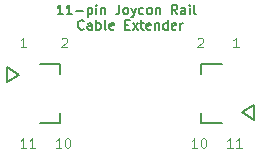
<source format=gbr>
G04 #@! TF.GenerationSoftware,KiCad,Pcbnew,9.0.3*
G04 #@! TF.CreationDate,2025-08-01T10:30:01-07:00*
G04 #@! TF.ProjectId,Joycon Cable Extender,4a6f7963-6f6e-4204-9361-626c65204578,rev?*
G04 #@! TF.SameCoordinates,Original*
G04 #@! TF.FileFunction,Legend,Top*
G04 #@! TF.FilePolarity,Positive*
%FSLAX46Y46*%
G04 Gerber Fmt 4.6, Leading zero omitted, Abs format (unit mm)*
G04 Created by KiCad (PCBNEW 9.0.3) date 2025-08-01 10:30:01*
%MOMM*%
%LPD*%
G01*
G04 APERTURE LIST*
%ADD10C,0.125000*%
%ADD11C,0.160000*%
%ADD12C,0.152400*%
%ADD13R,0.720000X0.250000*%
%ADD14R,0.520000X0.250000*%
%ADD15R,0.850000X0.300000*%
G04 APERTURE END LIST*
D10*
X173691759Y-113395595D02*
X173234616Y-113395595D01*
X173463188Y-113395595D02*
X173463188Y-112595595D01*
X173463188Y-112595595D02*
X173386997Y-112709880D01*
X173386997Y-112709880D02*
X173310807Y-112786071D01*
X173310807Y-112786071D02*
X173234616Y-112824166D01*
X174186998Y-112595595D02*
X174263188Y-112595595D01*
X174263188Y-112595595D02*
X174339379Y-112633690D01*
X174339379Y-112633690D02*
X174377474Y-112671785D01*
X174377474Y-112671785D02*
X174415569Y-112747976D01*
X174415569Y-112747976D02*
X174453664Y-112900357D01*
X174453664Y-112900357D02*
X174453664Y-113090833D01*
X174453664Y-113090833D02*
X174415569Y-113243214D01*
X174415569Y-113243214D02*
X174377474Y-113319404D01*
X174377474Y-113319404D02*
X174339379Y-113357500D01*
X174339379Y-113357500D02*
X174263188Y-113395595D01*
X174263188Y-113395595D02*
X174186998Y-113395595D01*
X174186998Y-113395595D02*
X174110807Y-113357500D01*
X174110807Y-113357500D02*
X174072712Y-113319404D01*
X174072712Y-113319404D02*
X174034617Y-113243214D01*
X174034617Y-113243214D02*
X173996521Y-113090833D01*
X173996521Y-113090833D02*
X173996521Y-112900357D01*
X173996521Y-112900357D02*
X174034617Y-112747976D01*
X174034617Y-112747976D02*
X174072712Y-112671785D01*
X174072712Y-112671785D02*
X174110807Y-112633690D01*
X174110807Y-112633690D02*
X174186998Y-112595595D01*
D11*
X173823807Y-102105820D02*
X173366664Y-102105820D01*
X173595236Y-102105820D02*
X173595236Y-101305820D01*
X173595236Y-101305820D02*
X173519045Y-101420105D01*
X173519045Y-101420105D02*
X173442855Y-101496296D01*
X173442855Y-101496296D02*
X173366664Y-101534391D01*
X174585712Y-102105820D02*
X174128569Y-102105820D01*
X174357141Y-102105820D02*
X174357141Y-101305820D01*
X174357141Y-101305820D02*
X174280950Y-101420105D01*
X174280950Y-101420105D02*
X174204760Y-101496296D01*
X174204760Y-101496296D02*
X174128569Y-101534391D01*
X174928570Y-101801058D02*
X175538094Y-101801058D01*
X175919046Y-101572486D02*
X175919046Y-102372486D01*
X175919046Y-101610582D02*
X175995236Y-101572486D01*
X175995236Y-101572486D02*
X176147617Y-101572486D01*
X176147617Y-101572486D02*
X176223808Y-101610582D01*
X176223808Y-101610582D02*
X176261903Y-101648677D01*
X176261903Y-101648677D02*
X176299998Y-101724867D01*
X176299998Y-101724867D02*
X176299998Y-101953439D01*
X176299998Y-101953439D02*
X176261903Y-102029629D01*
X176261903Y-102029629D02*
X176223808Y-102067725D01*
X176223808Y-102067725D02*
X176147617Y-102105820D01*
X176147617Y-102105820D02*
X175995236Y-102105820D01*
X175995236Y-102105820D02*
X175919046Y-102067725D01*
X176642856Y-102105820D02*
X176642856Y-101572486D01*
X176642856Y-101305820D02*
X176604760Y-101343915D01*
X176604760Y-101343915D02*
X176642856Y-101382010D01*
X176642856Y-101382010D02*
X176680951Y-101343915D01*
X176680951Y-101343915D02*
X176642856Y-101305820D01*
X176642856Y-101305820D02*
X176642856Y-101382010D01*
X177023808Y-101572486D02*
X177023808Y-102105820D01*
X177023808Y-101648677D02*
X177061903Y-101610582D01*
X177061903Y-101610582D02*
X177138093Y-101572486D01*
X177138093Y-101572486D02*
X177252379Y-101572486D01*
X177252379Y-101572486D02*
X177328570Y-101610582D01*
X177328570Y-101610582D02*
X177366665Y-101686772D01*
X177366665Y-101686772D02*
X177366665Y-102105820D01*
X178585713Y-101305820D02*
X178585713Y-101877248D01*
X178585713Y-101877248D02*
X178547618Y-101991534D01*
X178547618Y-101991534D02*
X178471427Y-102067725D01*
X178471427Y-102067725D02*
X178357142Y-102105820D01*
X178357142Y-102105820D02*
X178280951Y-102105820D01*
X179080951Y-102105820D02*
X179004761Y-102067725D01*
X179004761Y-102067725D02*
X178966666Y-102029629D01*
X178966666Y-102029629D02*
X178928570Y-101953439D01*
X178928570Y-101953439D02*
X178928570Y-101724867D01*
X178928570Y-101724867D02*
X178966666Y-101648677D01*
X178966666Y-101648677D02*
X179004761Y-101610582D01*
X179004761Y-101610582D02*
X179080951Y-101572486D01*
X179080951Y-101572486D02*
X179195237Y-101572486D01*
X179195237Y-101572486D02*
X179271428Y-101610582D01*
X179271428Y-101610582D02*
X179309523Y-101648677D01*
X179309523Y-101648677D02*
X179347618Y-101724867D01*
X179347618Y-101724867D02*
X179347618Y-101953439D01*
X179347618Y-101953439D02*
X179309523Y-102029629D01*
X179309523Y-102029629D02*
X179271428Y-102067725D01*
X179271428Y-102067725D02*
X179195237Y-102105820D01*
X179195237Y-102105820D02*
X179080951Y-102105820D01*
X179614285Y-101572486D02*
X179804761Y-102105820D01*
X179995238Y-101572486D02*
X179804761Y-102105820D01*
X179804761Y-102105820D02*
X179728571Y-102296296D01*
X179728571Y-102296296D02*
X179690476Y-102334391D01*
X179690476Y-102334391D02*
X179614285Y-102372486D01*
X180642857Y-102067725D02*
X180566666Y-102105820D01*
X180566666Y-102105820D02*
X180414285Y-102105820D01*
X180414285Y-102105820D02*
X180338095Y-102067725D01*
X180338095Y-102067725D02*
X180300000Y-102029629D01*
X180300000Y-102029629D02*
X180261904Y-101953439D01*
X180261904Y-101953439D02*
X180261904Y-101724867D01*
X180261904Y-101724867D02*
X180300000Y-101648677D01*
X180300000Y-101648677D02*
X180338095Y-101610582D01*
X180338095Y-101610582D02*
X180414285Y-101572486D01*
X180414285Y-101572486D02*
X180566666Y-101572486D01*
X180566666Y-101572486D02*
X180642857Y-101610582D01*
X181099999Y-102105820D02*
X181023809Y-102067725D01*
X181023809Y-102067725D02*
X180985714Y-102029629D01*
X180985714Y-102029629D02*
X180947618Y-101953439D01*
X180947618Y-101953439D02*
X180947618Y-101724867D01*
X180947618Y-101724867D02*
X180985714Y-101648677D01*
X180985714Y-101648677D02*
X181023809Y-101610582D01*
X181023809Y-101610582D02*
X181099999Y-101572486D01*
X181099999Y-101572486D02*
X181214285Y-101572486D01*
X181214285Y-101572486D02*
X181290476Y-101610582D01*
X181290476Y-101610582D02*
X181328571Y-101648677D01*
X181328571Y-101648677D02*
X181366666Y-101724867D01*
X181366666Y-101724867D02*
X181366666Y-101953439D01*
X181366666Y-101953439D02*
X181328571Y-102029629D01*
X181328571Y-102029629D02*
X181290476Y-102067725D01*
X181290476Y-102067725D02*
X181214285Y-102105820D01*
X181214285Y-102105820D02*
X181099999Y-102105820D01*
X181709524Y-101572486D02*
X181709524Y-102105820D01*
X181709524Y-101648677D02*
X181747619Y-101610582D01*
X181747619Y-101610582D02*
X181823809Y-101572486D01*
X181823809Y-101572486D02*
X181938095Y-101572486D01*
X181938095Y-101572486D02*
X182014286Y-101610582D01*
X182014286Y-101610582D02*
X182052381Y-101686772D01*
X182052381Y-101686772D02*
X182052381Y-102105820D01*
X183500001Y-102105820D02*
X183233334Y-101724867D01*
X183042858Y-102105820D02*
X183042858Y-101305820D01*
X183042858Y-101305820D02*
X183347620Y-101305820D01*
X183347620Y-101305820D02*
X183423810Y-101343915D01*
X183423810Y-101343915D02*
X183461905Y-101382010D01*
X183461905Y-101382010D02*
X183500001Y-101458201D01*
X183500001Y-101458201D02*
X183500001Y-101572486D01*
X183500001Y-101572486D02*
X183461905Y-101648677D01*
X183461905Y-101648677D02*
X183423810Y-101686772D01*
X183423810Y-101686772D02*
X183347620Y-101724867D01*
X183347620Y-101724867D02*
X183042858Y-101724867D01*
X184185715Y-102105820D02*
X184185715Y-101686772D01*
X184185715Y-101686772D02*
X184147620Y-101610582D01*
X184147620Y-101610582D02*
X184071429Y-101572486D01*
X184071429Y-101572486D02*
X183919048Y-101572486D01*
X183919048Y-101572486D02*
X183842858Y-101610582D01*
X184185715Y-102067725D02*
X184109524Y-102105820D01*
X184109524Y-102105820D02*
X183919048Y-102105820D01*
X183919048Y-102105820D02*
X183842858Y-102067725D01*
X183842858Y-102067725D02*
X183804762Y-101991534D01*
X183804762Y-101991534D02*
X183804762Y-101915344D01*
X183804762Y-101915344D02*
X183842858Y-101839153D01*
X183842858Y-101839153D02*
X183919048Y-101801058D01*
X183919048Y-101801058D02*
X184109524Y-101801058D01*
X184109524Y-101801058D02*
X184185715Y-101762963D01*
X184566668Y-102105820D02*
X184566668Y-101572486D01*
X184566668Y-101305820D02*
X184528572Y-101343915D01*
X184528572Y-101343915D02*
X184566668Y-101382010D01*
X184566668Y-101382010D02*
X184604763Y-101343915D01*
X184604763Y-101343915D02*
X184566668Y-101305820D01*
X184566668Y-101305820D02*
X184566668Y-101382010D01*
X185061905Y-102105820D02*
X184985715Y-102067725D01*
X184985715Y-102067725D02*
X184947620Y-101991534D01*
X184947620Y-101991534D02*
X184947620Y-101305820D01*
X175595237Y-103317584D02*
X175557141Y-103355680D01*
X175557141Y-103355680D02*
X175442856Y-103393775D01*
X175442856Y-103393775D02*
X175366665Y-103393775D01*
X175366665Y-103393775D02*
X175252379Y-103355680D01*
X175252379Y-103355680D02*
X175176189Y-103279489D01*
X175176189Y-103279489D02*
X175138094Y-103203299D01*
X175138094Y-103203299D02*
X175099998Y-103050918D01*
X175099998Y-103050918D02*
X175099998Y-102936632D01*
X175099998Y-102936632D02*
X175138094Y-102784251D01*
X175138094Y-102784251D02*
X175176189Y-102708060D01*
X175176189Y-102708060D02*
X175252379Y-102631870D01*
X175252379Y-102631870D02*
X175366665Y-102593775D01*
X175366665Y-102593775D02*
X175442856Y-102593775D01*
X175442856Y-102593775D02*
X175557141Y-102631870D01*
X175557141Y-102631870D02*
X175595237Y-102669965D01*
X176280951Y-103393775D02*
X176280951Y-102974727D01*
X176280951Y-102974727D02*
X176242856Y-102898537D01*
X176242856Y-102898537D02*
X176166665Y-102860441D01*
X176166665Y-102860441D02*
X176014284Y-102860441D01*
X176014284Y-102860441D02*
X175938094Y-102898537D01*
X176280951Y-103355680D02*
X176204760Y-103393775D01*
X176204760Y-103393775D02*
X176014284Y-103393775D01*
X176014284Y-103393775D02*
X175938094Y-103355680D01*
X175938094Y-103355680D02*
X175899998Y-103279489D01*
X175899998Y-103279489D02*
X175899998Y-103203299D01*
X175899998Y-103203299D02*
X175938094Y-103127108D01*
X175938094Y-103127108D02*
X176014284Y-103089013D01*
X176014284Y-103089013D02*
X176204760Y-103089013D01*
X176204760Y-103089013D02*
X176280951Y-103050918D01*
X176661904Y-103393775D02*
X176661904Y-102593775D01*
X176661904Y-102898537D02*
X176738094Y-102860441D01*
X176738094Y-102860441D02*
X176890475Y-102860441D01*
X176890475Y-102860441D02*
X176966666Y-102898537D01*
X176966666Y-102898537D02*
X177004761Y-102936632D01*
X177004761Y-102936632D02*
X177042856Y-103012822D01*
X177042856Y-103012822D02*
X177042856Y-103241394D01*
X177042856Y-103241394D02*
X177004761Y-103317584D01*
X177004761Y-103317584D02*
X176966666Y-103355680D01*
X176966666Y-103355680D02*
X176890475Y-103393775D01*
X176890475Y-103393775D02*
X176738094Y-103393775D01*
X176738094Y-103393775D02*
X176661904Y-103355680D01*
X177499999Y-103393775D02*
X177423809Y-103355680D01*
X177423809Y-103355680D02*
X177385714Y-103279489D01*
X177385714Y-103279489D02*
X177385714Y-102593775D01*
X178109524Y-103355680D02*
X178033333Y-103393775D01*
X178033333Y-103393775D02*
X177880952Y-103393775D01*
X177880952Y-103393775D02*
X177804762Y-103355680D01*
X177804762Y-103355680D02*
X177766666Y-103279489D01*
X177766666Y-103279489D02*
X177766666Y-102974727D01*
X177766666Y-102974727D02*
X177804762Y-102898537D01*
X177804762Y-102898537D02*
X177880952Y-102860441D01*
X177880952Y-102860441D02*
X178033333Y-102860441D01*
X178033333Y-102860441D02*
X178109524Y-102898537D01*
X178109524Y-102898537D02*
X178147619Y-102974727D01*
X178147619Y-102974727D02*
X178147619Y-103050918D01*
X178147619Y-103050918D02*
X177766666Y-103127108D01*
X179100000Y-102974727D02*
X179366666Y-102974727D01*
X179480952Y-103393775D02*
X179100000Y-103393775D01*
X179100000Y-103393775D02*
X179100000Y-102593775D01*
X179100000Y-102593775D02*
X179480952Y-102593775D01*
X179747619Y-103393775D02*
X180166667Y-102860441D01*
X179747619Y-102860441D02*
X180166667Y-103393775D01*
X180357143Y-102860441D02*
X180661905Y-102860441D01*
X180471429Y-102593775D02*
X180471429Y-103279489D01*
X180471429Y-103279489D02*
X180509524Y-103355680D01*
X180509524Y-103355680D02*
X180585714Y-103393775D01*
X180585714Y-103393775D02*
X180661905Y-103393775D01*
X181233334Y-103355680D02*
X181157143Y-103393775D01*
X181157143Y-103393775D02*
X181004762Y-103393775D01*
X181004762Y-103393775D02*
X180928572Y-103355680D01*
X180928572Y-103355680D02*
X180890476Y-103279489D01*
X180890476Y-103279489D02*
X180890476Y-102974727D01*
X180890476Y-102974727D02*
X180928572Y-102898537D01*
X180928572Y-102898537D02*
X181004762Y-102860441D01*
X181004762Y-102860441D02*
X181157143Y-102860441D01*
X181157143Y-102860441D02*
X181233334Y-102898537D01*
X181233334Y-102898537D02*
X181271429Y-102974727D01*
X181271429Y-102974727D02*
X181271429Y-103050918D01*
X181271429Y-103050918D02*
X180890476Y-103127108D01*
X181614286Y-102860441D02*
X181614286Y-103393775D01*
X181614286Y-102936632D02*
X181652381Y-102898537D01*
X181652381Y-102898537D02*
X181728571Y-102860441D01*
X181728571Y-102860441D02*
X181842857Y-102860441D01*
X181842857Y-102860441D02*
X181919048Y-102898537D01*
X181919048Y-102898537D02*
X181957143Y-102974727D01*
X181957143Y-102974727D02*
X181957143Y-103393775D01*
X182680953Y-103393775D02*
X182680953Y-102593775D01*
X182680953Y-103355680D02*
X182604762Y-103393775D01*
X182604762Y-103393775D02*
X182452381Y-103393775D01*
X182452381Y-103393775D02*
X182376191Y-103355680D01*
X182376191Y-103355680D02*
X182338096Y-103317584D01*
X182338096Y-103317584D02*
X182300000Y-103241394D01*
X182300000Y-103241394D02*
X182300000Y-103012822D01*
X182300000Y-103012822D02*
X182338096Y-102936632D01*
X182338096Y-102936632D02*
X182376191Y-102898537D01*
X182376191Y-102898537D02*
X182452381Y-102860441D01*
X182452381Y-102860441D02*
X182604762Y-102860441D01*
X182604762Y-102860441D02*
X182680953Y-102898537D01*
X183366668Y-103355680D02*
X183290477Y-103393775D01*
X183290477Y-103393775D02*
X183138096Y-103393775D01*
X183138096Y-103393775D02*
X183061906Y-103355680D01*
X183061906Y-103355680D02*
X183023810Y-103279489D01*
X183023810Y-103279489D02*
X183023810Y-102974727D01*
X183023810Y-102974727D02*
X183061906Y-102898537D01*
X183061906Y-102898537D02*
X183138096Y-102860441D01*
X183138096Y-102860441D02*
X183290477Y-102860441D01*
X183290477Y-102860441D02*
X183366668Y-102898537D01*
X183366668Y-102898537D02*
X183404763Y-102974727D01*
X183404763Y-102974727D02*
X183404763Y-103050918D01*
X183404763Y-103050918D02*
X183023810Y-103127108D01*
X183747620Y-103393775D02*
X183747620Y-102860441D01*
X183747620Y-103012822D02*
X183785715Y-102936632D01*
X183785715Y-102936632D02*
X183823810Y-102898537D01*
X183823810Y-102898537D02*
X183900001Y-102860441D01*
X183900001Y-102860441D02*
X183976191Y-102860441D01*
D10*
X170691759Y-113395595D02*
X170234616Y-113395595D01*
X170463188Y-113395595D02*
X170463188Y-112595595D01*
X170463188Y-112595595D02*
X170386997Y-112709880D01*
X170386997Y-112709880D02*
X170310807Y-112786071D01*
X170310807Y-112786071D02*
X170234616Y-112824166D01*
X171453664Y-113395595D02*
X170996521Y-113395595D01*
X171225093Y-113395595D02*
X171225093Y-112595595D01*
X171225093Y-112595595D02*
X171148902Y-112709880D01*
X171148902Y-112709880D02*
X171072712Y-112786071D01*
X171072712Y-112786071D02*
X170996521Y-112824166D01*
X173734616Y-104171785D02*
X173772712Y-104133690D01*
X173772712Y-104133690D02*
X173848902Y-104095595D01*
X173848902Y-104095595D02*
X174039378Y-104095595D01*
X174039378Y-104095595D02*
X174115569Y-104133690D01*
X174115569Y-104133690D02*
X174153664Y-104171785D01*
X174153664Y-104171785D02*
X174191759Y-104247976D01*
X174191759Y-104247976D02*
X174191759Y-104324166D01*
X174191759Y-104324166D02*
X174153664Y-104438452D01*
X174153664Y-104438452D02*
X173696521Y-104895595D01*
X173696521Y-104895595D02*
X174191759Y-104895595D01*
X185191759Y-113395595D02*
X184734616Y-113395595D01*
X184963188Y-113395595D02*
X184963188Y-112595595D01*
X184963188Y-112595595D02*
X184886997Y-112709880D01*
X184886997Y-112709880D02*
X184810807Y-112786071D01*
X184810807Y-112786071D02*
X184734616Y-112824166D01*
X185686998Y-112595595D02*
X185763188Y-112595595D01*
X185763188Y-112595595D02*
X185839379Y-112633690D01*
X185839379Y-112633690D02*
X185877474Y-112671785D01*
X185877474Y-112671785D02*
X185915569Y-112747976D01*
X185915569Y-112747976D02*
X185953664Y-112900357D01*
X185953664Y-112900357D02*
X185953664Y-113090833D01*
X185953664Y-113090833D02*
X185915569Y-113243214D01*
X185915569Y-113243214D02*
X185877474Y-113319404D01*
X185877474Y-113319404D02*
X185839379Y-113357500D01*
X185839379Y-113357500D02*
X185763188Y-113395595D01*
X185763188Y-113395595D02*
X185686998Y-113395595D01*
X185686998Y-113395595D02*
X185610807Y-113357500D01*
X185610807Y-113357500D02*
X185572712Y-113319404D01*
X185572712Y-113319404D02*
X185534617Y-113243214D01*
X185534617Y-113243214D02*
X185496521Y-113090833D01*
X185496521Y-113090833D02*
X185496521Y-112900357D01*
X185496521Y-112900357D02*
X185534617Y-112747976D01*
X185534617Y-112747976D02*
X185572712Y-112671785D01*
X185572712Y-112671785D02*
X185610807Y-112633690D01*
X185610807Y-112633690D02*
X185686998Y-112595595D01*
X188191759Y-113395595D02*
X187734616Y-113395595D01*
X187963188Y-113395595D02*
X187963188Y-112595595D01*
X187963188Y-112595595D02*
X187886997Y-112709880D01*
X187886997Y-112709880D02*
X187810807Y-112786071D01*
X187810807Y-112786071D02*
X187734616Y-112824166D01*
X188953664Y-113395595D02*
X188496521Y-113395595D01*
X188725093Y-113395595D02*
X188725093Y-112595595D01*
X188725093Y-112595595D02*
X188648902Y-112709880D01*
X188648902Y-112709880D02*
X188572712Y-112786071D01*
X188572712Y-112786071D02*
X188496521Y-112824166D01*
X185234616Y-104171785D02*
X185272712Y-104133690D01*
X185272712Y-104133690D02*
X185348902Y-104095595D01*
X185348902Y-104095595D02*
X185539378Y-104095595D01*
X185539378Y-104095595D02*
X185615569Y-104133690D01*
X185615569Y-104133690D02*
X185653664Y-104171785D01*
X185653664Y-104171785D02*
X185691759Y-104247976D01*
X185691759Y-104247976D02*
X185691759Y-104324166D01*
X185691759Y-104324166D02*
X185653664Y-104438452D01*
X185653664Y-104438452D02*
X185196521Y-104895595D01*
X185196521Y-104895595D02*
X185691759Y-104895595D01*
X188691759Y-104895595D02*
X188234616Y-104895595D01*
X188463188Y-104895595D02*
X188463188Y-104095595D01*
X188463188Y-104095595D02*
X188386997Y-104209880D01*
X188386997Y-104209880D02*
X188310807Y-104286071D01*
X188310807Y-104286071D02*
X188234616Y-104324166D01*
X170691759Y-104895595D02*
X170234616Y-104895595D01*
X170463188Y-104895595D02*
X170463188Y-104095595D01*
X170463188Y-104095595D02*
X170386997Y-104209880D01*
X170386997Y-104209880D02*
X170310807Y-104286071D01*
X170310807Y-104286071D02*
X170234616Y-104324166D01*
D12*
X185521000Y-106320105D02*
X187274388Y-106320105D01*
X185521000Y-107150048D02*
X185521000Y-106320105D01*
X185521000Y-111270095D02*
X185521000Y-110440129D01*
X187278301Y-111270095D02*
X185521000Y-111270095D01*
X190034000Y-109746095D02*
X189018000Y-110381095D01*
X190034000Y-109746095D02*
X190034000Y-111016095D01*
X190034000Y-111016095D02*
X189018000Y-110381095D01*
X169102000Y-106579005D02*
X170118000Y-107214005D01*
X169102000Y-107849005D02*
X169102000Y-106579005D01*
X169102000Y-107849005D02*
X170118000Y-107214005D01*
X171857699Y-106325005D02*
X173615000Y-106325005D01*
X173615000Y-106325005D02*
X173615000Y-107154971D01*
X173615000Y-110445052D02*
X173615000Y-111274995D01*
X173615000Y-111274995D02*
X171861612Y-111274995D01*
%LPC*%
D13*
X188066000Y-110290095D03*
D14*
X185636000Y-109995089D03*
D13*
X188066000Y-109690095D03*
D14*
X185636000Y-109395089D03*
D13*
X188066000Y-109090095D03*
D14*
X185636000Y-108795100D03*
D13*
X188066000Y-108490095D03*
D14*
X185636000Y-108195089D03*
D13*
X188066000Y-107890095D03*
D14*
X185636000Y-107595088D03*
D13*
X188066000Y-107290095D03*
D15*
X187999960Y-111000016D03*
X187999960Y-106580024D03*
D13*
X171070000Y-107305005D03*
D14*
X173500000Y-107600011D03*
D13*
X171070000Y-107905005D03*
D14*
X173500000Y-108200011D03*
D13*
X171070000Y-108505005D03*
D14*
X173500000Y-108800000D03*
D13*
X171070000Y-109105005D03*
D14*
X173500000Y-109400011D03*
D13*
X171070000Y-109705005D03*
D14*
X173500000Y-110000012D03*
D13*
X171070000Y-110305005D03*
D15*
X171136040Y-106595084D03*
X171136040Y-111015076D03*
%LPD*%
M02*

</source>
